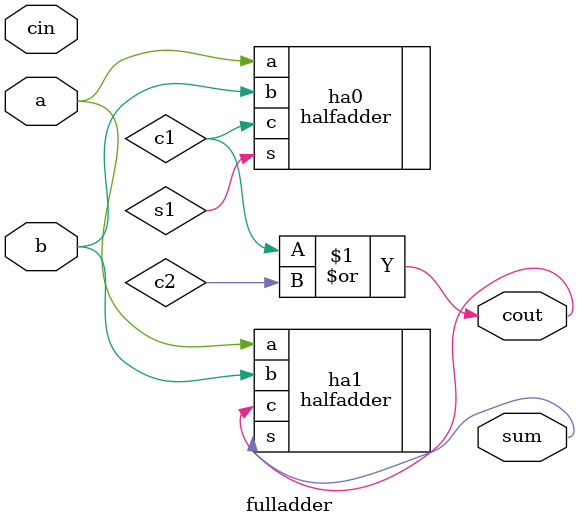
<source format=sv>
`timescale 1ns / 1ps


module  fulladder (input a, b, cin ,output sum , cout);

wire s1 , c1, c2;
halfadder  ha0(.a(a), .b(b), .s(s1), .c(c1));
halfadder  ha1(.a(a), .b(b), .s(sum), .c(cout));

or o1(cout,c1,c2);
/*assign  c1 = a&b; 
assign  s1 = a^b; 
assign  c2 = cin & s1; 

assign  sum = cin & s1; 
assign  cout = c1 | c2; */
endmodule


</source>
